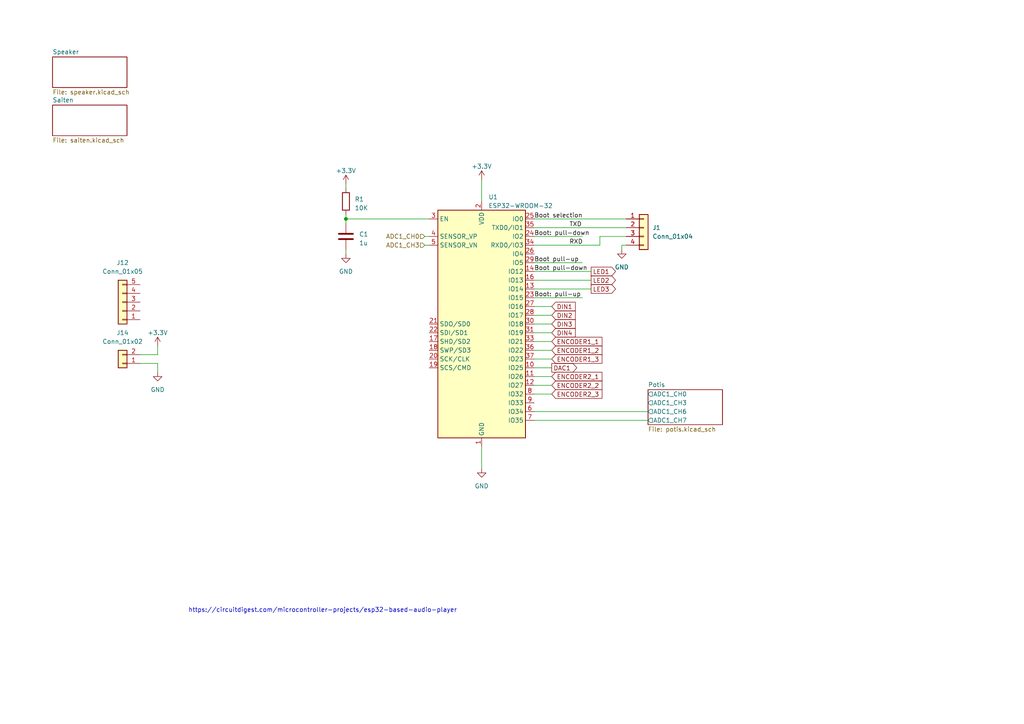
<source format=kicad_sch>
(kicad_sch (version 20230121) (generator eeschema)
  (paper "A4")
  (title_block (title "vbass") (date "2024-04-15") (rev "0.1"))
  (lib_symbols
    (symbol "Connector_Generic:Conn_01x02" (pin_names (offset 1.016) hide)
      (property "Reference" "J" (at 0 2.54 0))
      (property "Value" "Conn_01x02" (at 0 -5.08 0))
      (symbol "Conn_01x02_1_1"
        (rectangle (start -1.27 -2.413) (end 0 -2.667) (stroke (width 0.1524)))
        (rectangle (start -1.27 0.127) (end 0 -0.127) (stroke (width 0.1524)))
        (rectangle (start -1.27 1.27) (end 1.27 -3.81) (stroke (width 0.254)) (fill (type background)))
        (pin passive line (at -5.08 0 0) (length 3.81) (name "Pin_1") (number "1"))
        (pin passive line (at -5.08 -2.54 0) (length 3.81) (name "Pin_2") (number "2"))
      )
    )
    (symbol "Connector_Generic:Conn_01x04" (pin_names (offset 1.016) hide)
      (property "Reference" "J" (at 0 5.08 0))
      (property "Value" "Conn_01x04" (at 0 -7.62 0))
      (symbol "Conn_01x04_1_1"
        (rectangle (start -1.27 -4.953) (end 0 -5.207) (stroke (width 0.1524)))
        (rectangle (start -1.27 -2.413) (end 0 -2.667) (stroke (width 0.1524)))
        (rectangle (start -1.27 0.127) (end 0 -0.127) (stroke (width 0.1524)))
        (rectangle (start -1.27 2.667) (end 0 2.413) (stroke (width 0.1524)))
        (rectangle (start -1.27 3.81) (end 1.27 -6.35) (stroke (width 0.254)) (fill (type background)))
        (pin passive line (at -5.08 2.54 0) (length 3.81) (name "Pin_1") (number "1"))
        (pin passive line (at -5.08 0 0) (length 3.81) (name "Pin_2") (number "2"))
        (pin passive line (at -5.08 -2.54 0) (length 3.81) (name "Pin_3") (number "3"))
        (pin passive line (at -5.08 -5.08 0) (length 3.81) (name "Pin_4") (number "4"))
      )
    )
    (symbol "Connector_Generic:Conn_01x05" (pin_names (offset 1.016) hide)
      (property "Reference" "J" (at 0 7.62 0))
      (property "Value" "Conn_01x05" (at 0 -7.62 0))
      (symbol "Conn_01x05_1_1"
        (rectangle (start -1.27 -4.953) (end 0 -5.207) (stroke (width 0.1524)))
        (rectangle (start -1.27 -2.413) (end 0 -2.667) (stroke (width 0.1524)))
        (rectangle (start -1.27 0.127) (end 0 -0.127) (stroke (width 0.1524)))
        (rectangle (start -1.27 2.667) (end 0 2.413) (stroke (width 0.1524)))
        (rectangle (start -1.27 5.207) (end 0 4.953) (stroke (width 0.1524)))
        (rectangle (start -1.27 6.35) (end 1.27 -6.35) (stroke (width 0.254)) (fill (type background)))
        (pin passive line (at -5.08 5.08 0) (length 3.81) (name "Pin_1") (number "1"))
        (pin passive line (at -5.08 2.54 0) (length 3.81) (name "Pin_2") (number "2"))
        (pin passive line (at -5.08 0 0) (length 3.81) (name "Pin_3") (number "3"))
        (pin passive line (at -5.08 -2.54 0) (length 3.81) (name "Pin_4") (number "4"))
        (pin passive line (at -5.08 -5.08 0) (length 3.81) (name "Pin_5") (number "5"))
      )
    )
    (symbol "Device:C" (pin_numbers hide) (pin_names (offset 0.254))
      (property "Reference" "C" (at 0.635 2.54 0))
      (property "Value" "C" (at 0.635 -2.54 0))
      (symbol "C_0_1"
        (polyline (pts (xy -2.032 -0.762) (xy 2.032 -0.762)) (stroke (width 0.508)))
        (polyline (pts (xy -2.032 0.762) (xy 2.032 0.762)) (stroke (width 0.508)))
      )
      (symbol "C_1_1"
        (pin passive line (at 0 3.81 270) (length 2.794) (name "~") (number "1"))
        (pin passive line (at 0 -3.81 90) (length 2.794) (name "~") (number "2"))
      )
    )
    (symbol "Device:R" (pin_numbers hide) (pin_names (offset 0))
      (property "Reference" "R" (at 2.032 0 90))
      (property "Value" "R" (at 0 0 90))
      (symbol "R_0_1"
        (rectangle (start -1.016 -2.54) (end 1.016 2.54) (stroke (width 0.254)))
      )
      (symbol "R_1_1"
        (pin passive line (at 0 3.81 270) (length 1.27) (name "~") (number "1"))
        (pin passive line (at 0 -3.81 90) (length 1.27) (name "~") (number "2"))
      )
    )
    (symbol "RF_Module:ESP32-WROOM-32"
      (property "Reference" "U" (at -12.7 34.29 0))
      (property "Value" "ESP32-WROOM-32" (at 1.27 34.29 0))
      (symbol "ESP32-WROOM-32_0_1"
        (rectangle (start -12.7 33.02) (end 12.7 -33.02) (stroke (width 0.254)) (fill (type background)))
      )
      (symbol "ESP32-WROOM-32_1_1"
        (pin power_in line (at 0 -35.56 90) (length 2.54) (name "GND") (number "1"))
        (pin bidirectional line (at 15.24 -12.7 180) (length 2.54) (name "IO25") (number "10"))
        (pin bidirectional line (at 15.24 -15.24 180) (length 2.54) (name "IO26") (number "11"))
        (pin bidirectional line (at 15.24 -17.78 180) (length 2.54) (name "IO27") (number "12"))
        (pin bidirectional line (at 15.24 10.16 180) (length 2.54) (name "IO14") (number "13"))
        (pin bidirectional line (at 15.24 15.24 180) (length 2.54) (name "IO12") (number "14"))
        (pin passive line (at 0 -35.56 90) (length 2.54) hide (name "GND") (number "15"))
        (pin bidirectional line (at 15.24 12.7 180) (length 2.54) (name "IO13") (number "16"))
        (pin bidirectional line (at -15.24 -5.08 0) (length 2.54) (name "SHD/SD2") (number "17"))
        (pin bidirectional line (at -15.24 -7.62 0) (length 2.54) (name "SWP/SD3") (number "18"))
        (pin bidirectional line (at -15.24 -12.7 0) (length 2.54) (name "SCS/CMD") (number "19"))
        (pin power_in line (at 0 35.56 270) (length 2.54) (name "VDD") (number "2"))
        (pin bidirectional line (at -15.24 -10.16 0) (length 2.54) (name "SCK/CLK") (number "20"))
        (pin bidirectional line (at -15.24 0 0) (length 2.54) (name "SDO/SD0") (number "21"))
        (pin bidirectional line (at -15.24 -2.54 0) (length 2.54) (name "SDI/SD1") (number "22"))
        (pin bidirectional line (at 15.24 7.62 180) (length 2.54) (name "IO15") (number "23"))
        (pin bidirectional line (at 15.24 25.4 180) (length 2.54) (name "IO2") (number "24"))
        (pin bidirectional line (at 15.24 30.48 180) (length 2.54) (name "IO0") (number "25"))
        (pin bidirectional line (at 15.24 20.32 180) (length 2.54) (name "IO4") (number "26"))
        (pin bidirectional line (at 15.24 5.08 180) (length 2.54) (name "IO16") (number "27"))
        (pin bidirectional line (at 15.24 2.54 180) (length 2.54) (name "IO17") (number "28"))
        (pin bidirectional line (at 15.24 17.78 180) (length 2.54) (name "IO5") (number "29"))
        (pin input line (at -15.24 30.48 0) (length 2.54) (name "EN") (number "3"))
        (pin bidirectional line (at 15.24 0 180) (length 2.54) (name "IO18") (number "30"))
        (pin bidirectional line (at 15.24 -2.54 180) (length 2.54) (name "IO19") (number "31"))
        (pin no_connect line (at -12.7 -27.94 0) (length 2.54) hide (name "NC") (number "32"))
        (pin bidirectional line (at 15.24 -5.08 180) (length 2.54) (name "IO21") (number "33"))
        (pin bidirectional line (at 15.24 22.86 180) (length 2.54) (name "RXD0/IO3") (number "34"))
        (pin bidirectional line (at 15.24 27.94 180) (length 2.54) (name "TXD0/IO1") (number "35"))
        (pin bidirectional line (at 15.24 -7.62 180) (length 2.54) (name "IO22") (number "36"))
        (pin bidirectional line (at 15.24 -10.16 180) (length 2.54) (name "IO23") (number "37"))
        (pin passive line (at 0 -35.56 90) (length 2.54) hide (name "GND") (number "38"))
        (pin passive line (at 0 -35.56 90) (length 2.54) hide (name "GND") (number "39"))
        (pin input line (at -15.24 25.4 0) (length 2.54) (name "SENSOR_VP") (number "4"))
        (pin input line (at -15.24 22.86 0) (length 2.54) (name "SENSOR_VN") (number "5"))
        (pin input line (at 15.24 -25.4 180) (length 2.54) (name "IO34") (number "6"))
        (pin input line (at 15.24 -27.94 180) (length 2.54) (name "IO35") (number "7"))
        (pin bidirectional line (at 15.24 -20.32 180) (length 2.54) (name "IO32") (number "8"))
        (pin bidirectional line (at 15.24 -22.86 180) (length 2.54) (name "IO33") (number "9"))
      )
    )
    (symbol "power:+3.3V" (power) (pin_names (offset 0))
      (property "Value" "+3.3V" (at 0 3.556 0))
      (symbol "+3.3V_0_1"
        (polyline (pts (xy -0.762 1.27) (xy 0 2.54)))
        (polyline (pts (xy 0 0) (xy 0 2.54)))
        (polyline (pts (xy 0 2.54) (xy 0.762 1.27)))
      )
      (symbol "+3.3V_1_1"
        (pin power_in line (at 0 0 90) (length 0) hide (name "+3.3V") (number "1"))
      )
    )
    (symbol "power:GND" (power) (pin_names (offset 0))
      (property "Value" "GND" (at 0 -3.81 0))
      (symbol "GND_0_1"
        (polyline (pts (xy 0 0) (xy 0 -1.27) (xy 1.27 -1.27) (xy 0 -2.54) (xy -1.27 -1.27) (xy 0 -1.27)))
      )
      (symbol "GND_1_1"
        (pin power_in line (at 0 0 270) (length 0) hide (name "GND") (number "1"))
      )
    )
  )
  (junction (at 100.33 63.5))
  (wire (pts (xy 154.94 111.76) (xy 160.02 111.76)))
  (wire (pts (xy 154.94 91.44) (xy 160.02 91.44)))
  (wire (pts (xy 154.94 93.98) (xy 160.02 93.98)))
  (wire (pts (xy 154.94 109.22) (xy 160.02 109.22)))
  (wire (pts (xy 100.33 53.34) (xy 100.33 54.61)))
  (wire (pts (xy 154.94 106.68) (xy 160.02 106.68)))
  (wire (pts (xy 154.94 76.2) (xy 168.91 76.2)))
  (wire (pts (xy 154.94 83.82) (xy 171.45 83.82)))
  (wire (pts (xy 154.94 119.38) (xy 187.96 119.38)))
  (wire (pts (xy 139.7 52.07) (xy 139.7 58.42)))
  (wire (pts (xy 154.94 88.9) (xy 160.02 88.9)))
  (wire (pts (xy 100.33 72.39) (xy 100.33 73.66)))
  (wire (pts (xy 154.94 63.5) (xy 181.61 63.5)))
  (wire (pts (xy 154.94 114.3) (xy 160.02 114.3)))
  (wire (pts (xy 173.99 68.58) (xy 181.61 68.58)))
  (wire (pts (xy 123.19 68.58) (xy 124.46 68.58)))
  (wire (pts (xy 100.33 63.5) (xy 124.46 63.5)))
  (wire (pts (xy 154.94 78.74) (xy 171.45 78.74)))
  (wire (pts (xy 180.34 72.39) (xy 180.34 71.12)))
  (wire (pts (xy 154.94 121.92) (xy 187.96 121.92)))
  (wire (pts (xy 154.94 81.28) (xy 171.45 81.28)))
  (wire (pts (xy 45.72 102.87) (xy 45.72 100.33)))
  (wire (pts (xy 154.94 66.04) (xy 181.61 66.04)))
  (wire (pts (xy 45.72 105.41) (xy 45.72 107.95)))
  (wire (pts (xy 154.94 104.14) (xy 160.02 104.14)))
  (wire (pts (xy 139.7 129.54) (xy 139.7 135.89)))
  (wire (pts (xy 154.94 96.52) (xy 160.02 96.52)))
  (wire (pts (xy 100.33 62.23) (xy 100.33 63.5)))
  (wire (pts (xy 154.94 71.12) (xy 173.99 71.12)))
  (wire (pts (xy 154.94 86.36) (xy 168.91 86.36)))
  (wire (pts (xy 100.33 63.5) (xy 100.33 64.77)))
  (wire (pts (xy 154.94 99.06) (xy 160.02 99.06)))
  (wire (pts (xy 154.94 101.6) (xy 160.02 101.6)))
  (wire (pts (xy 40.64 105.41) (xy 45.72 105.41)))
  (wire (pts (xy 40.64 102.87) (xy 45.72 102.87)))
  (wire (pts (xy 154.94 68.58) (xy 168.91 68.58)))
  (wire (pts (xy 180.34 71.12) (xy 181.61 71.12)))
  (wire (pts (xy 173.99 71.12) (xy 173.99 68.58)))
  (wire (pts (xy 123.19 71.12) (xy 124.46 71.12)))
  (text "https://circuitdigest.com/microcontroller-projects/esp32-based-audio-player" (at 54.61 177.8 0) (effects (font (size 1.27 1.27)) (justify left bottom)))
  (label "Boot pull-up" (at 154.94 76.2 0))
  (label "RXD" (at 165.1 71.12 0))
  (label "Boot pull-down" (at 154.94 78.74 0))
  (label "Boot: pull-up" (at 154.94 86.36 0))
  (label "TXD" (at 165.1 66.04 0))
  (label "Boot: pull-down" (at 154.94 68.58 0))
  (label "Boot selection" (at 154.94 63.5 0))
  (global_label "ENCODER1_3" (shape input) (at 160.02 104.14 0) (property "Intersheetrefs" "${INTERSHEET_REFS}" (effects hide)))
  (global_label "ENCODER1_1" (shape input) (at 160.02 99.06 0) (property "Intersheetrefs" "${INTERSHEET_REFS}" (effects hide)))
  (global_label "ENCODER1_2" (shape input) (at 160.02 101.6 0) (property "Intersheetrefs" "${INTERSHEET_REFS}" (effects hide)))
  (global_label "LED1" (shape output) (at 171.45 78.74 0) (property "Intersheetrefs" "${INTERSHEET_REFS}" (effects hide)))
  (global_label "DIN2" (shape input) (at 160.02 91.44 0) (property "Intersheetrefs" "${INTERSHEET_REFS}" (effects hide)))
  (global_label "DIN1" (shape input) (at 160.02 88.9 0) (property "Intersheetrefs" "${INTERSHEET_REFS}" (effects hide)))
  (global_label "DIN3" (shape input) (at 160.02 93.98 0) (property "Intersheetrefs" "${INTERSHEET_REFS}" (effects hide)))
  (global_label "DIN4" (shape input) (at 160.02 96.52 0) (property "Intersheetrefs" "${INTERSHEET_REFS}" (effects hide)))
  (global_label "ENCODER2_1" (shape input) (at 160.02 109.22 0) (property "Intersheetrefs" "${INTERSHEET_REFS}" (effects hide)))
  (global_label "ENCODER2_3" (shape input) (at 160.02 114.3 0) (property "Intersheetrefs" "${INTERSHEET_REFS}" (effects hide)))
  (global_label "LED2" (shape output) (at 171.45 81.28 0) (property "Intersheetrefs" "${INTERSHEET_REFS}" (effects hide)))
  (global_label "LED3" (shape output) (at 171.45 83.82 0) (property "Intersheetrefs" "${INTERSHEET_REFS}" (effects hide)))
  (global_label "ENCODER2_2" (shape input) (at 160.02 111.76 0) (property "Intersheetrefs" "${INTERSHEET_REFS}" (effects hide)))
  (global_label "DAC1" (shape output) (at 160.02 106.68 0) (property "Intersheetrefs" "${INTERSHEET_REFS}" (effects hide)))
  (hierarchical_label "ADC1_CH0" (shape input) (at 123.19 68.58 180))
  (hierarchical_label "ADC1_CH3" (shape input) (at 123.19 71.12 180))
  (symbol (lib_id "power:+3.3V") (at 139.7 52.07 0) (unit 1)
    (property "Reference" "#PWR05" (effects hide))
    (property "Value" "+3.3V" (at 139.7 48.26 0))
  )
  (symbol (lib_id "power:GND") (at 139.7 135.89 0) (unit 1)
    (property "Reference" "#PWR01" (effects hide))
    (property "Value" "GND" (at 139.7 140.97 0))
  )
  (symbol (lib_id "power:GND") (at 45.72 107.95 0) (unit 1)
    (property "Reference" "#PWR021" (effects hide))
    (property "Value" "GND" (at 45.72 113.03 0))
  )
  (symbol (lib_id "RF_Module:ESP32-WROOM-32") (at 139.7 93.98 0) (unit 1)
    (property "Reference" "U1" (at 141.6559 57.15 0) (effects (justify left)))
    (property "Value" "ESP32-WROOM-32" (at 141.6559 59.69 0) (effects (justify left)))
    (property "Footprint" "RF_Module:ESP32-WROOM-32" (effects hide))
    (property "Datasheet" "https://www.espressif.com/sites/default/files/documentation/esp32-wroom-32_datasheet_en.pdf" (effects hide))
  )
  (symbol (lib_id "Connector_Generic:Conn_01x04") (at 186.69 66.04 0) (unit 1)
    (property "Reference" "J1" (at 189.23 66.04 0) (effects (justify left)))
    (property "Value" "Conn_01x04" (at 189.23 68.58 0) (effects (justify left)))
    (property "Footprint" "Connector_PinHeader_2.54mm:PinHeader_1x04_P2.54mm_Horizontal" (effects hide))
  )
  (symbol (lib_id "power:GND") (at 100.33 73.66 0) (unit 1)
    (property "Reference" "#PWR07" (effects hide))
    (property "Value" "GND" (at 100.33 78.74 0))
  )
  (symbol (lib_id "Device:R") (at 100.33 58.42 0) (unit 1)
    (property "Reference" "R1" (at 102.87 57.785 0) (effects (justify left)))
    (property "Value" "10K" (at 102.87 60.325 0) (effects (justify left)))
    (property "Footprint" "Resistor_SMD:R_0805_2012Metric_Pad1.20x1.40mm_HandSolder" (effects hide))
  )
  (symbol (lib_id "power:+3.3V") (at 100.33 53.34 0) (unit 1)
    (property "Reference" "#PWR06" (effects hide))
    (property "Value" "+3.3V" (at 100.33 49.53 0))
  )
  (symbol (lib_id "Connector_Generic:Conn_01x02") (at 35.56 105.41 180) (unit 1)
    (property "Reference" "J14" (at 35.56 96.52 0))
    (property "Value" "Conn_01x02" (at 35.56 99.06 0))
    (property "Footprint" "Connector_PinHeader_2.54mm:PinHeader_1x02_P2.54mm_Vertical" (effects hide))
  )
  (symbol (lib_id "Connector_Generic:Conn_01x05") (at 35.56 87.63 180) (unit 1)
    (property "Reference" "J12" (at 35.56 76.2 0))
    (property "Value" "Conn_01x05" (at 35.56 78.74 0))
    (property "Footprint" "Connector_PinHeader_2.54mm:PinHeader_1x05_P2.54mm_Vertical" (effects hide))
  )
  (symbol (lib_id "power:GND") (at 180.34 72.39 0) (unit 1)
    (property "Reference" "#PWR019" (effects hide))
    (property "Value" "GND" (at 180.34 77.47 0))
  )
  (symbol (lib_id "Device:C") (at 100.33 68.58 0) (unit 1)
    (property "Reference" "C1" (at 104.14 67.945 0) (effects (justify left)))
    (property "Value" "1u" (at 104.14 70.485 0) (effects (justify left)))
    (property "Footprint" "Capacitor_SMD:C_0805_2012Metric_Pad1.18x1.45mm_HandSolder" (effects hide))
  )
  (symbol (lib_id "power:+3.3V") (at 45.72 100.33 0) (unit 1)
    (property "Reference" "#PWR017" (effects hide))
    (property "Value" "+3.3V" (at 45.72 96.52 0))
  )
  (sheet (at 15.24 16.51) (size 21.59 8.89) (stroke (width 0.1524))
    (property "Sheetname" "Speaker" (at 15.24 15.7984 0) (effects (justify left bottom)))
    (property "Sheetfile" "speaker.kicad_sch" (at 15.24 25.9846 0) (effects (justify left top)))
  )
  (sheet (at 15.24 30.48) (size 21.59 8.89) (stroke (width 0.1524))
    (property "Sheetname" "Saiten" (at 15.24 29.7684 0) (effects (justify left bottom)))
    (property "Sheetfile" "saiten.kicad_sch" (at 15.24 39.9546 0) (effects (justify left top)))
  )
  (sheet (at 187.96 113.03) (size 21.59 10.16) (stroke (width 0.1524))
    (property "Sheetname" "Potis" (at 187.96 112.3184 0) (effects (justify left bottom)))
    (property "Sheetfile" "potis.kicad_sch" (at 187.96 123.7746 0) (effects (justify left top)))
    (pin "ADC1_CH6" output (at 187.96 119.38 180))
    (pin "ADC1_CH3" output (at 187.96 116.84 180))
    (pin "ADC1_CH0" output (at 187.96 114.3 180))
    (pin "ADC1_CH7" output (at 187.96 121.92 180))
  )
)
</source>
